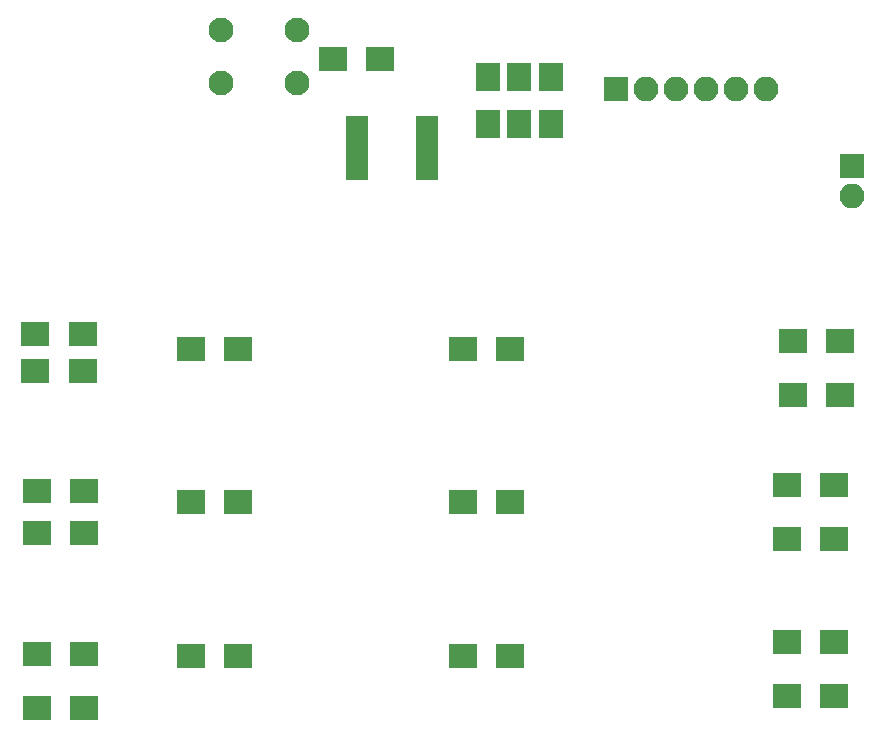
<source format=gts>
G04 #@! TF.FileFunction,Soldermask,Top*
%FSLAX46Y46*%
G04 Gerber Fmt 4.6, Leading zero omitted, Abs format (unit mm)*
G04 Created by KiCad (PCBNEW 4.0.7) date 02/21/18 16:56:12*
%MOMM*%
%LPD*%
G01*
G04 APERTURE LIST*
%ADD10C,0.100000*%
%ADD11R,2.100000X2.100000*%
%ADD12O,2.100000X2.100000*%
%ADD13R,2.100000X2.400000*%
%ADD14R,2.400000X2.100000*%
%ADD15C,2.100000*%
%ADD16R,1.900000X0.850000*%
G04 APERTURE END LIST*
D10*
D11*
X107000000Y-38000000D03*
D12*
X109540000Y-38000000D03*
X112080000Y-38000000D03*
X114620000Y-38000000D03*
X117160000Y-38000000D03*
X119700000Y-38000000D03*
D11*
X127000000Y-44500000D03*
D12*
X127000000Y-47040000D03*
D13*
X98806000Y-36989000D03*
X98806000Y-40989000D03*
X101500000Y-37000000D03*
X101500000Y-41000000D03*
D14*
X57817000Y-58705000D03*
X61817000Y-58705000D03*
X57936000Y-72064000D03*
X61936000Y-72064000D03*
X57944000Y-85836000D03*
X61944000Y-85836000D03*
X125936000Y-59324000D03*
X121936000Y-59324000D03*
X125436000Y-71556000D03*
X121436000Y-71556000D03*
X87000000Y-35500000D03*
X83000000Y-35500000D03*
X125444000Y-84836000D03*
X121444000Y-84836000D03*
X57817000Y-61880000D03*
X61817000Y-61880000D03*
X57936000Y-75620000D03*
X61936000Y-75620000D03*
X57944000Y-90408000D03*
X61944000Y-90408000D03*
X125936000Y-63896000D03*
X121936000Y-63896000D03*
X125436000Y-76128000D03*
X121436000Y-76128000D03*
X125444000Y-89408000D03*
X121444000Y-89408000D03*
D15*
X73500000Y-33000000D03*
X80000000Y-33000000D03*
X73500000Y-37500000D03*
X80000000Y-37500000D03*
D16*
X85050000Y-40725000D03*
X85050000Y-41375000D03*
X85050000Y-42025000D03*
X85050000Y-42675000D03*
X85050000Y-43325000D03*
X85050000Y-43975000D03*
X85050000Y-44625000D03*
X85050000Y-45275000D03*
X90950000Y-45275000D03*
X90950000Y-44625000D03*
X90950000Y-43975000D03*
X90950000Y-43325000D03*
X90950000Y-42675000D03*
X90950000Y-42025000D03*
X90950000Y-41375000D03*
X90950000Y-40725000D03*
D14*
X94000000Y-86000000D03*
X98000000Y-86000000D03*
X94000000Y-73000000D03*
X98000000Y-73000000D03*
X94000000Y-60000000D03*
X98000000Y-60000000D03*
X75000000Y-86000000D03*
X71000000Y-86000000D03*
X75000000Y-73000000D03*
X71000000Y-73000000D03*
X75000000Y-60000000D03*
X71000000Y-60000000D03*
D13*
X96139000Y-36989000D03*
X96139000Y-40989000D03*
M02*

</source>
